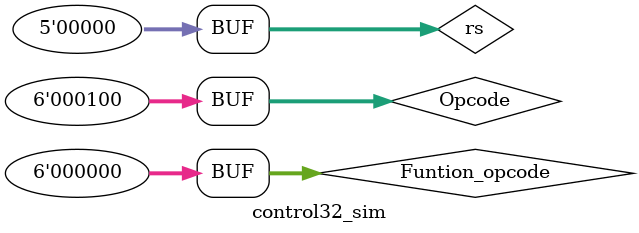
<source format=v>
`timescale 1ns / 1ps


module control32_sim(
    );
    //ÊäÈë
    reg[5:0] Opcode;//Ö¸Áî×î¸ßÁùÎ»
    reg[5:0] Funtion_opcode;//Ö¸Áî×îµÍÁùÎ»
    reg[4:0] rs;//bgezÄÇ¼¸ÌõÖ¸ÁîÓÃµ½
    
    //Êä³ö
    wire Jrn;  //Jr
    wire RegDST;//Ä¿µÄ¼Ä´æÆ÷Ñ¡Ôñ 1£ºrd  2:rt
    wire ALUSrc;//µÚ¶þ²Ù×÷ÊýÊÇÁ¢¼´Êý£¨³ýÁËBeq,Bne£©    
    wire MemtoReg;//´æ´¢Æ÷¶ÁÊéµ½¼Ä´æÆ÷(lw)
    wire Lw;
    wire Lb;
    wire Lbu;
    wire Lh;
    wire Lhu;   
    wire MemWrite;//Ð´´æ´¢Æ÷
    wire Sw;
    wire Sb;
    wire Sh; 
    wire RegWrite;//Ð´¼Ä´æÆ÷
    wire Branch;//Beq
    wire nBranch;//Bne
    wire bgez;
    wire bgtz;
    wire blez;
    wire bltz;
    wire bgezal; 
    wire bltzal;
    wire Jmp;//J
    wire Jal;//Jal
    wire Jalr;//Jalr  
    wire Sftmd;//ÒÆÎ»Ö¸Áî
    wire MD;//³Ë³ý·¨
    wire I_format;//³ýbeq,bne,LW,SWÖ®ÍâµÄI-ÐÍÖ¸Áî
    wire[1:0] ALUOp; 
    //´æÈ¡HI¡¢LO
    wire Mfhi;//È¡
    wire Mflo;
    wire Mthi;//´æ
    wire Mtlo;   
    wire break1;
    wire syscall;
    wire eret;
    //C0¼Ä´æÆ÷Ïà¹ØÖ¸Áî
    wire Mfc0;
    wire Mtc0;
    
    control32 control(
        .Opcode(Opcode),
        .Funtion_opcode(Funtion_opcode),
        .rs(rs),
        .Jrn(Jrn),
        .RegDST(RegDST),
        .ALUSrc(ALUSrc),
        .MemtoReg(MemtoReg),
        .Lw(Lw),
        .Lb(Lb),
        .Lbu(Lbu),
        .Lh(Lh),
        .Lhu(Lhu),
        .MemWrite(MemWrite),
        .Sw(Sw),
        .Sb(Sb),
        .Sh(Sh),
        .RegWrite(RegWrite),
        .Branch(Branch),
        .nBranch(nBranch),
        .bgez(bgez),
        .bgtz(bgtz),
        .blez(blez),
        .bltz(bltz),
        .bgezal(bgezal),
        .bltzal(bltzal),
        .Jmp(Jmp),
        .Jal(Jal),
        .Jalr(Jalr),
        .Sftmd(Sftmd),
        .MD(MD),
        .I_format(I_format),
        .ALUOp(ALUOp),
        .Mfhi(Mfhi),
        .Mflo(Mflo),
        .Mthi(Mthi),
        .Mtlo(Mtlo),
        .break1(break1),
        .syscall(syscall),
        .eret(eret),
        .Mfc0(Mfc0),
        .Mtc0(Mtc0)
        );
        
         always begin 
             #5 Opcode[5:0]=6'b000100;
             #0 Funtion_opcode[5:0]=6'b000000;//Ö¸Áî×îµÍÁùÎ»
             #0 rs[4:0]=5'b00000;//bgezÄÇ¼¸ÌõÖ¸ÁîÓÃµ½
         end
         
endmodule

</source>
